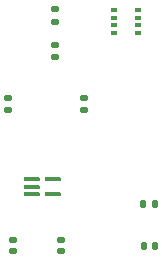
<source format=gbr>
%TF.GenerationSoftware,KiCad,Pcbnew,9.0.7*%
%TF.CreationDate,2026-01-25T21:22:40-08:00*%
%TF.ProjectId,pcb_design_lab,7063625f-6465-4736-9967-6e5f6c61622e,rev?*%
%TF.SameCoordinates,Original*%
%TF.FileFunction,Paste,Top*%
%TF.FilePolarity,Positive*%
%FSLAX46Y46*%
G04 Gerber Fmt 4.6, Leading zero omitted, Abs format (unit mm)*
G04 Created by KiCad (PCBNEW 9.0.7) date 2026-01-25 21:22:40*
%MOMM*%
%LPD*%
G01*
G04 APERTURE LIST*
G04 Aperture macros list*
%AMRoundRect*
0 Rectangle with rounded corners*
0 $1 Rounding radius*
0 $2 $3 $4 $5 $6 $7 $8 $9 X,Y pos of 4 corners*
0 Add a 4 corners polygon primitive as box body*
4,1,4,$2,$3,$4,$5,$6,$7,$8,$9,$2,$3,0*
0 Add four circle primitives for the rounded corners*
1,1,$1+$1,$2,$3*
1,1,$1+$1,$4,$5*
1,1,$1+$1,$6,$7*
1,1,$1+$1,$8,$9*
0 Add four rect primitives between the rounded corners*
20,1,$1+$1,$2,$3,$4,$5,0*
20,1,$1+$1,$4,$5,$6,$7,0*
20,1,$1+$1,$6,$7,$8,$9,0*
20,1,$1+$1,$8,$9,$2,$3,0*%
G04 Aperture macros list end*
%ADD10RoundRect,0.140000X0.170000X-0.140000X0.170000X0.140000X-0.170000X0.140000X-0.170000X-0.140000X0*%
%ADD11RoundRect,0.100000X-0.562500X-0.100000X0.562500X-0.100000X0.562500X0.100000X-0.562500X0.100000X0*%
%ADD12R,0.500000X0.350000*%
%ADD13RoundRect,0.135000X0.135000X0.185000X-0.135000X0.185000X-0.135000X-0.185000X0.135000X-0.185000X0*%
%ADD14RoundRect,0.135000X0.185000X-0.135000X0.185000X0.135000X-0.185000X0.135000X-0.185000X-0.135000X0*%
%ADD15RoundRect,0.135000X-0.185000X0.135000X-0.185000X-0.135000X0.185000X-0.135000X0.185000X0.135000X0*%
%ADD16RoundRect,0.147500X-0.147500X-0.172500X0.147500X-0.172500X0.147500X0.172500X-0.147500X0.172500X0*%
%ADD17RoundRect,0.140000X-0.170000X0.140000X-0.170000X-0.140000X0.170000X-0.140000X0.170000X0.140000X0*%
G04 APERTURE END LIST*
D10*
%TO.C,C4*%
X123000000Y-85520000D03*
X123000000Y-86480000D03*
%TD*%
D11*
%TO.C,U1*%
X120612500Y-80350000D03*
X120612500Y-81000000D03*
X120612500Y-81650000D03*
X122387500Y-81650000D03*
X122387500Y-80350000D03*
%TD*%
D12*
%TO.C,U2*%
X127475000Y-67975000D03*
X127475000Y-67325000D03*
X127475000Y-66675000D03*
X127475000Y-66025000D03*
X129525000Y-66025000D03*
X129525000Y-66675000D03*
X129525000Y-67325000D03*
X129525000Y-67975000D03*
%TD*%
D13*
%TO.C,R3*%
X131010000Y-82500000D03*
X129990000Y-82500000D03*
%TD*%
D14*
%TO.C,R2*%
X122500000Y-70010000D03*
X122500000Y-68990000D03*
%TD*%
D15*
%TO.C,R1*%
X122500000Y-65990000D03*
X122500000Y-67010000D03*
%TD*%
D16*
%TO.C,D1*%
X130015000Y-86000000D03*
X130985000Y-86000000D03*
%TD*%
D10*
%TO.C,C3*%
X119000000Y-86480000D03*
X119000000Y-85520000D03*
%TD*%
D17*
%TO.C,C2*%
X125000000Y-73520000D03*
X125000000Y-74480000D03*
%TD*%
%TO.C,C1*%
X118500000Y-73520000D03*
X118500000Y-74480000D03*
%TD*%
M02*

</source>
